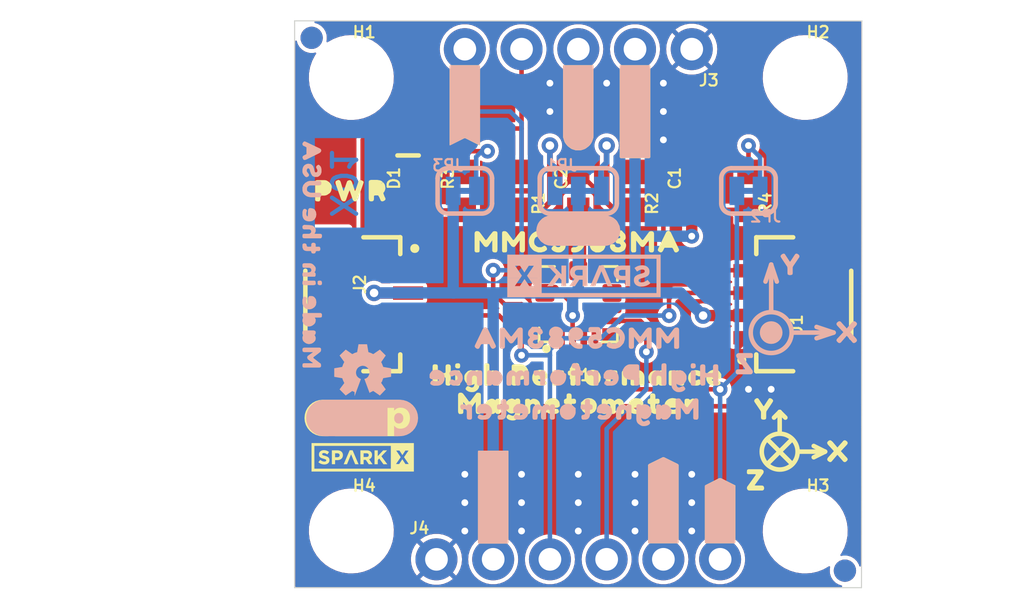
<source format=kicad_pcb>
(kicad_pcb (version 20221018) (generator pcbnew)
  (layers (0 "F.Cu" signal) (31 "B.Cu" signal) (34 "B.Paste" user) (35 "F.Paste" user) (36 "B.SilkS" user "B.Silkscreen") (37 "F.SilkS" user "F.Silkscreen") (38 "B.Mask" user) (39 "F.Mask" user) (44 "Edge.Cuts" user))
  (net 0 "")
  (net 1 "GND")
  (net 2 "3.3V")
  (net 3 "N$1")
  (net 4 "N$4")
  (net 5 "CAP")
  (net 6 "INT")
  (net 7 "N$2")
  (net 8 "N$3")
  (net 9 "SDA/COPI")
  (net 10 "SCL/SCK")
  (net 11 "CIPO")
  (net 12 "N$5")
  (net 13 "~{CS}")
  (footprint "working:STAND-OFF" (layer "F.Cu") (at 158.6611 115.1636)
    (fp_text reference "H3" (at 0 -2.032) (layer "F.SilkS") (effects (font (size 0.512064 0.512064) (thickness 0.097536)) (justify left)))
    (fp_text value "STAND-OFF")
    (pad "" np_thru_hole circle (at 0 0) (size 3.302 3.302) (drill 3.302) (layers "*.Cu" "*.Mask"))
  )
  (footprint "working:JST04_1MM_RA" (layer "F.Cu") (at 140.8811 105.0036 -90)
    (fp_text reference "J2" (at -1.397 2.159 90) (layer "F.SilkS") (effects (font (size 0.512064 0.512064) (thickness 0.097536)) (justify right)))
    (fp_text value "Qwiic")
    (pad "1" smd rect (at -1.5 0 270) (size 0.6 1.35) (layers "F.Cu" "F.Paste" "F.Mask") (net 1 "GND"))
    (pad "2" smd rect (at -0.5 0 270) (size 0.6 1.35) (layers "F.Cu" "F.Paste" "F.Mask") (net 2 "3.3V"))
    (pad "3" smd rect (at 0.5 0 270) (size 0.6 1.35) (layers "F.Cu" "F.Paste" "F.Mask") (net 9 "SDA/COPI"))
    (pad "4" smd rect (at 1.5 0 270) (size 0.6 1.35) (layers "F.Cu" "F.Paste" "F.Mask") (net 10 "SCL/SCK"))
    (pad "NC1" smd rect (at 2.8 3.675 270) (size 1.2 2) (layers "F.Cu" "F.Paste" "F.Mask"))
    (pad "NC2" smd rect (at -2.8 3.675 270) (size 1.2 2) (layers "F.Cu" "F.Paste" "F.Mask"))
  )
  (footprint "working:#SDA#5" (layer "F.Cu") (at 145.9611 93.9546 -90)
    (fp_text reference "U$5" hide)
    (fp_text value "" hide)
  )
  (footprint "working:DUMMY" (layer "F.Cu") (at 135.8011 117.7036)
    (fp_text reference "FRAME1" hide)
    (fp_text value "FRAME-LETTERNO_PACKAGE" hide)
  )
  (footprint "working:PWR9" (layer "F.Cu") (at 138.3411 99.9236)
    (fp_text reference "U$8" hide)
    (fp_text value "" hide)
  )
  (footprint "working:#GND#4" (layer "F.Cu") (at 153.5811 93.9546 -90)
    (fp_text reference "U$4" hide)
    (fp_text value "" hide)
  )
  (footprint "working:#3#3V#0" (layer "F.Cu") (at 151.0411 93.9546 -90)
    (fp_text reference "U$3" hide)
    (fp_text value "" hide)
  )
  (footprint "working:HIGH_PERFORMANCE11" (layer "F.Cu") (at 148.5011 108.1786)
    (fp_text reference "U$10" hide)
    (fp_text value "" hide)
  )
  (footprint "working:0603" (layer "F.Cu") (at 151.0411 99.9236 -90)
    (fp_text reference "R2" (at 0 -0.762 90) (layer "F.SilkS") (effects (font (size 0.512064 0.512064) (thickness 0.097536)) (justify right)))
    (fp_text value "2.2k")
    (pad "1" smd rect (at -0.85 0 270) (size 1.1 1) (layers "F.Cu" "F.Paste" "F.Mask") (net 10 "SCL/SCK"))
    (pad "2" smd rect (at 0.85 0 270) (size 1.1 1) (layers "F.Cu" "F.Paste" "F.Mask") (net 7 "N$2"))
  )
  (footprint "working:#SCL#6" (layer "F.Cu") (at 148.5011 93.9546 -90)
    (fp_text reference "U$2" hide)
    (fp_text value "" hide)
  )
  (footprint "working:0603" (layer "F.Cu") (at 148.5011 99.9236 90)
    (fp_text reference "C2" (at 0 -0.762 90) (layer "F.SilkS") (effects (font (size 0.512064 0.512064) (thickness 0.097536)) (justify left)))
    (fp_text value "10uF")
    (pad "1" smd rect (at -0.85 0 90) (size 1.1 1) (layers "F.Cu" "F.Paste" "F.Mask") (net 5 "CAP"))
    (pad "2" smd rect (at 0.85 0 90) (size 1.1 1) (layers "F.Cu" "F.Paste" "F.Mask") (net 1 "GND"))
  )
  (footprint "working:FIDUCIAL-1X2" (layer "F.Cu") (at 136.5631 93.0656)
    (fp_text reference "FD2" hide)
    (fp_text value "FIDUCIAL1X2" hide)
    (pad "1" smd roundrect (at 0 0) (size 1 1) (layers "F.Cu" "F.Mask") (roundrect_rratio 0.5))
  )
  (footprint "working:MMC5983MA0" (layer "F.Cu") (at 148.5011 102.2096)
    (fp_text reference "U$41" hide)
    (fp_text value "" hide)
  )
  (footprint "working:X15" (layer "F.Cu") (at 160.1851 111.6076)
    (fp_text reference "U$20" hide)
    (fp_text value "" hide)
  )
  (footprint "working:LGA-16-3X3MM-4X4PINS" (layer "F.Cu") (at 148.5011 105.0036 180)
    (fp_text reference "U1" (at -0.635 -3.175) (layer "F.SilkS") (effects (font (size 0.512064 0.512064) (thickness 0.097536)) (justify right)))
    (fp_text value "MMC5983MA_QFN16")
    (pad "1" smd roundrect (at 0.754 -1.498 270) (size 0.85 0.3) (layers "F.Cu" "F.Paste" "F.Mask") (roundrect_rratio 0.375) (net 10 "SCL/SCK"))
    (pad "2" smd roundrect (at 0.254 -1.498 270) (size 0.85 0.3) (layers "F.Cu" "F.Paste" "F.Mask") (roundrect_rratio 0.375) (net 2 "3.3V"))
    (pad "3" smd roundrect (at -0.246 -1.498 270) (size 0.85 0.3) (layers "F.Cu" "F.Paste" "F.Mask") (roundrect_rratio 0.375))
    (pad "4" smd roundrect (at -0.746 -1.498 270) (size 0.85 0.3) (layers "F.Cu" "F.Paste" "F.Mask") (roundrect_rratio 0.375) (net 13 "~{CS}"))
    (pad "5" smd roundrect (at -1.508 -0.746 180) (size 0.85 0.3) (layers "F.Cu" "F.Paste" "F.Mask") (roundrect_rratio 0.375) (net 11 "CIPO"))
    (pad "6" smd roundrect (at -1.508 -0.246 180) (size 0.85 0.3) (layers "F.Cu" "F.Paste" "F.Mask") (roundrect_rratio 0.375))
    (pad "7" smd roundrect (at -1.508 0.254 180) (size 0.85 0.3) (layers "F.Cu" "F.Paste" "F.Mask") (roundrect_rratio 0.375))
    (pad "8" smd roundrect (at -1.508 0.754 180) (size 0.85 0.3) (layers "F.Cu" "F.Paste" "F.Mask") (roundrect_rratio 0.375))
    (pad "9" smd roundrect (at -0.746 1.506 90) (size 0.85 0.3) (layers "F.Cu" "F.Paste" "F.Mask") (roundrect_rratio 0.375) (net 1 "GND"))
    (pad "10" smd roundrect (at -0.246 1.506 90) (size 0.85 0.3) (layers "F.Cu" "F.Paste" "F.Mask") (roundrect_rratio 0.375) (net 5 "CAP"))
    (pad "11" smd roundrect (at 0.254 1.506 90) (size 0.85 0.3) (layers "F.Cu" "F.Paste" "F.Mask") (roundrect_rratio 0.375) (net 1 "GND"))
    (pad "12" smd roundrect (at 0.754 1.506 90) (size 0.85 0.3) (layers "F.Cu" "F.Paste" "F.Mask") (roundrect_rratio 0.375))
    (pad "13" smd roundrect (at 1.496 0.764) (size 0.85 0.3) (layers "F.Cu" "F.Paste" "F.Mask") (roundrect_rratio 0.375) (net 2 "3.3V"))
    (pad "14" smd roundrect (at 1.496 0.264) (size 0.85 0.3) (layers "F.Cu" "F.Paste" "F.Mask") (roundrect_rratio 0.375))
    (pad "15" smd roundrect (at 1.496 -0.236) (size 0.85 0.3) (layers "F.Cu" "F.Paste" "F.Mask") (roundrect_rratio 0.375) (net 6 "INT"))
    (pad "16" smd roundrect (at 1.496 -0.736) (size 0.85 0.3) (layers "F.Cu" "F.Paste" "F.Mask") (roundrect_rratio 0.375) (net 9 "SDA/COPI"))
  )
  (footprint "working:#3#3V#0" (layer "F.Cu") (at 144.6911 111.2266 -90)
    (fp_text reference "U$18" hide)
    (fp_text value "" hide)
  )
  (footprint "working:1X06_NO_SILK" (layer "F.Cu") (at 142.1511 116.4336)
    (fp_text reference "J4" (at -1.27 -1.397) (layer "F.SilkS") (effects (font (size 0.512064 0.512064) (thickness 0.097536)) (justify left)))
    (fp_text value "")
    (pad "1" thru_hole circle (at 0 0 90) (size 1.8796 1.8796) (drill 1.016) (layers "*.Cu" "*.Mask") (net 1 "GND"))
    (pad "2" thru_hole circle (at 2.54 0 90) (size 1.8796 1.8796) (drill 1.016) (layers "*.Cu" "*.Mask") (net 2 "3.3V"))
    (pad "3" thru_hole circle (at 5.08 0 90) (size 1.8796 1.8796) (drill 1.016) (layers "*.Cu" "*.Mask") (net 9 "SDA/COPI"))
    (pad "4" thru_hole circle (at 7.62 0 90) (size 1.8796 1.8796) (drill 1.016) (layers "*.Cu" "*.Mask") (net 11 "CIPO"))
    (pad "5" thru_hole circle (at 10.16 0 90) (size 1.8796 1.8796) (drill 1.016) (layers "*.Cu" "*.Mask") (net 10 "SCL/SCK"))
    (pad "6" thru_hole circle (at 12.7 0 90) (size 1.8796 1.8796) (drill 1.016) (layers "*.Cu" "*.Mask") (net 13 "~{CS}"))
  )
  (footprint "working:LED-0603" (layer "F.Cu") (at 140.8811 99.9236 90)
    (fp_text reference "D1" (at 0 -0.635 90) (layer "F.SilkS") (effects (font (size 0.512064 0.512064) (thickness 0.097536)) (justify left)))
    (fp_text value "RED")
    (pad "A" smd roundrect (at -0.877 0) (size 1 1) (layers "F.Cu" "F.Paste" "F.Mask") (roundrect_rratio 0.15) (net 4 "N$4"))
    (pad "C" smd roundrect (at 0.877 0) (size 1 1) (layers "F.Cu" "F.Paste" "F.Mask") (roundrect_rratio 0.15) (net 1 "GND"))
  )
  (footprint "working:Y16" (layer "F.Cu") (at 156.8831 109.7026)
    (fp_text reference "U$19" hide)
    (fp_text value "" hide)
  )
  (footprint "working:STAND-OFF" (layer "F.Cu") (at 158.6611 94.8436)
    (fp_text reference "H2" (at 0 -2.032) (layer "F.SilkS") (effects (font (size 0.512064 0.512064) (thickness 0.097536)) (justify left)))
    (fp_text value "STAND-OFF")
    (pad "" np_thru_hole circle (at 0 0) (size 3.302 3.302) (drill 3.302) (layers "*.Cu" "*.Mask"))
  )
  (footprint "working:STAND-OFF" (layer "F.Cu") (at 138.3411 115.1636)
    (fp_text reference "H4" (at 0 -2.032) (layer "F.SilkS") (effects (font (size 0.512064 0.512064) (thickness 0.097536)) (justify left)))
    (fp_text value "STAND-OFF")
    (pad "" np_thru_hole circle (at 0 0) (size 3.302 3.302) (drill 3.302) (layers "*.Cu" "*.Mask"))
  )
  (footprint "working:MAGNETOMETER12" (layer "F.Cu") (at 148.5011 109.4486)
    (fp_text reference "U$11" hide)
    (fp_text value "" hide)
  )
  (footprint "working:##CS##10" (layer "F.Cu") (at 154.8511 116.0526 -90)
    (fp_text reference "U$15" hide)
    (fp_text value "" hide)
  )
  (footprint "working:#COPI#12" (layer "F.Cu") (at 147.2311 116.0526 -90)
    (fp_text reference "U$9" hide)
    (fp_text value "" hide)
  )
  (footprint "working:QWIIC_5MM" (layer "F.Cu") (at 138.7221 110.0836)
    (fp_text reference "LOGO3" hide)
    (fp_text value "QWIIC_LOGO_5MM" hide)
  )
  (footprint "working:#SCK#13" (layer "F.Cu") (at 152.3111 116.0526 -90)
    (fp_text reference "U$14" hide)
    (fp_text value "" hide)
  )
  (footprint "working:SPARKX-TINY" (layer "F.Cu") (at 138.8491 111.8616)
    (fp_text reference "U$36" hide)
    (fp_text value "SPARKX-LOGO2" hide)
  )
  (footprint "working:0603" (layer "F.Cu") (at 145.9611 99.9236 -90)
    (fp_text reference "R1" (at 0 -0.762 90) (layer "F.SilkS") (effects (font (size 0.512064 0.512064) (thickness 0.097536)) (justify right)))
    (fp_text value "2.2k")
    (pad "1" smd rect (at -0.85 0 270) (size 1.1 1) (layers "F.Cu" "F.Paste" "F.Mask") (net 9 "SDA/COPI"))
    (pad "2" smd rect (at 0.85 0 270) (size 1.1 1) (layers "F.Cu" "F.Paste" "F.Mask") (net 8 "N$3"))
  )
  (footprint "working:FIDUCIAL-1X2" (layer "F.Cu") (at 160.4391 116.9416)
    (fp_text reference "FD1" hide)
    (fp_text value "FIDUCIAL1X2" hide)
    (pad "1" smd roundrect (at 0 0) (size 1 1) (layers "F.Cu" "F.Mask") (roundrect_rratio 0.5))
  )
  (footprint "working:0603" (layer "F.Cu") (at 156.1211 99.9236 -90)
    (fp_text reference "R4" (at 0 -0.762 90) (layer "F.SilkS") (effects (font (size 0.512064 0.512064) (thickness 0.097536)) (justify right)))
    (fp_text value "10k")
    (pad "1" smd rect (at -0.85 0 270) (size 1.1 1) (layers "F.Cu" "F.Paste" "F.Mask") (net 12 "N$5"))
    (pad "2" smd rect (at 0.85 0 270) (size 1.1 1) (layers "F.Cu" "F.Paste" "F.Mask") (net 2 "3.3V"))
  )
  (footprint "working:0603" (layer "F.Cu") (at 143.4211 99.9236 90)
    (fp_text reference "R3" (at 0 -0.762 90) (layer "F.SilkS") (effects (font (size 0.512064 0.512064) (thickness 0.097536)) (justify left)))
    (fp_text value "1k")
    (pad "1" smd rect (at -0.85 0 90) (size 1.1 1) (layers "F.Cu" "F.Paste" "F.Mask") (net 4 "N$4"))
    (pad "2" smd rect (at 0.85 0 90) (size 1.1 1) (layers "F.Cu" "F.Paste" "F.Mask") (net 3 "N$1"))
  )
  (footprint "working:0603" (layer "F.Cu") (at 153.5811 99.9236 90)
    (fp_text reference "C1" (at 0 -0.762 90) (layer "F.SilkS") (effects (font (size 0.512064 0.512064) (thickness 0.097536)) (justify left)))
    (fp_text value "0.1uF")
    (pad "1" smd rect (at -0.85 0 90) (size 1.1 1) (layers "F.Cu" "F.Paste" "F.Mask") (net 2 "3.3V"))
    (pad "2" smd rect (at 0.85 0 90) (size 1.1 1) (layers "F.Cu" "F.Paste" "F.Mask") (net 1 "GND"))
  )
  (footprint "working:Z17" (layer "F.Cu") (at 156.5021 112.8776)
    (fp_text reference "U$39" hide)
    (fp_text value "" hide)
  )
  (footprint "working:#INT#7" (layer "F.Cu") (at 143.4211 93.9546 -90)
    (fp_text reference "U$7" hide)
    (fp_text value "" hide)
  )
  (footprint "working:STAND-OFF" (layer "F.Cu") (at 138.3411 94.8436)
    (fp_text reference "H1" (at 0 -2.032) (layer "F.SilkS") (effects (font (size 0.512064 0.512064) (thickness 0.097536)) (justify left)))
    (fp_text value "STAND-OFF")
    (pad "" np_thru_hole circle (at 0 0) (size 3.302 3.302) (drill 3.302) (layers "*.Cu" "*.Mask"))
  )
  (footprint "working:1X05_NO_SILK" (layer "F.Cu") (at 153.5811 93.5736 180)
    (fp_text reference "J3" (at -1.27 -1.397) (layer "F.SilkS") (effects (font (size 0.512064 0.512064) (thickness 0.097536)) (justify right)))
    (fp_text value "")
    (pad "1" thru_hole circle (at 0 0 270) (size 1.8796 1.8796) (drill 1.016) (layers "*.Cu" "*.Mask") (net 1 "GND"))
    (pad "2" thru_hole circle (at 2.54 0 270) (size 1.8796 1.8796) (drill 1.016) (layers "*.Cu" "*.Mask") (net 2 "3.3V"))
    (pad "3" thru_hole circle (at 5.08 0 270) (size 1.8796 1.8796) (drill 1.016) (layers "*.Cu" "*.Mask") (net 10 "SCL/SCK"))
    (pad "4" thru_hole circle (at 7.62 0 270) (size 1.8796 1.8796) (drill 1.016) (layers "*.Cu" "*.Mask") (net 9 "SDA/COPI"))
    (pad "5" thru_hole circle (at 10.16 0 270) (size 1.8796 1.8796) (drill 1.016) (layers "*.Cu" "*.Mask") (net 6 "INT"))
  )
  (footprint "working:#CIPO#11" (layer "F.Cu") (at 149.7711 116.0526 -90)
    (fp_text reference "U$6" hide)
    (fp_text value "" hide)
  )
  (footprint "working:JST04_1MM_RA" (layer "F.Cu") (at 156.1211 105.0036 90)
    (fp_text reference "J1" (at -1.397 2.159 90) (layer "F.SilkS") (effects (font (size 0.512064 0.512064) (thickness 0.097536)) (justify left)))
    (fp_text value "Qwiic")
    (pad "1" smd rect (at -1.5 0 90) (size 0.6 1.35) (layers "F.Cu" "F.Paste" "F.Mask") (net 1 "GND"))
    (pad "2" smd rect (at -0.5 0 90) (size 0.6 1.35) (layers "F.Cu" "F.Paste" "F.Mask") (net 2 "3.3V"))
    (pad "3" smd rect (at 0.5 0 90) (size 0.6 1.35) (layers "F.Cu" "F.Paste" "F.Mask") (net 9 "SDA/COPI"))
    (pad "4" smd rect (at 1.5 0 90) (size 0.6 1.35) (layers "F.Cu" "F.Paste" "F.Mask") (net 10 "SCL/SCK"))
    (pad "NC1" smd rect (at 2.8 3.675 90) (size 1.2 2) (layers "F.Cu" "F.Paste" "F.Mask"))
    (pad "NC2" smd rect (at -2.8 3.675 90) (size 1.2 2) (layers "F.Cu" "F.Paste" "F.Mask"))
  )
  (footprint "working:#GND#4" (layer "F.Cu") (at 142.1511 111.6076 -90)
    (fp_text reference "U$17" hide)
    (fp_text value "" hide)
  )
  (footprint "working:#SPI#9" (layer "B.Cu") (at 156.1211 101.7016 180)
    (fp_text reference "U$23" hide)
    (fp_text value "" hide)
  )
  (footprint "working:#COPI#12" (layer "B.Cu") (at 147.2311 116.0526 -90)
    (fp_text reference "U$30" hide)
    (fp_text value "" hide)
  )
  (footprint "working:#CIPO#11" (layer "B.Cu") (at 149.7711 116.0526 -90)
    (fp_text reference "U$31" hide)
    (fp_text value "" hide)
  )
  (footprint "working:OSHW-LOGO-MINI" (layer "B.Cu") (at 138.8491 108.0516 180)
    (fp_text reference "LOGO1" hide)
    (fp_text value "OSHW-LOGOMINI" hide)
  )
  (footprint "working:Z17" (layer "B.Cu") (at 155.8671 107.6706 180)
    (fp_text reference "U$27" hide)
    (fp_text value "" hide)
  )
  (footprint "working:#SCK#13" (layer "B.Cu") (at 152.3111 116.0526 -90)
    (fp_text reference "U$32" hide)
    (fp_text value "" hide)
  )
  (footprint "working:SMT-JUMPER_2_NC_TRACE_SILK" (layer "B.Cu") (at 143.4211 99.9236 180)
    (fp_text reference "JP3" (at 0 1.143) (layer "B.SilkS") (effects (font (size 0.512064 0.512064) (thickness 0.097536)) (justify left mirror)))
    (fp_text value "JUMPER-SMT_2_NC_TRACE_SILK")
    (fp_poly (pts (xy 0.1905 -0.13335) (xy -0.70485 -0.13335) (xy -0.70485 0.13335) (xy 0.1905 0.13335)) (fill solid) (layer "B.Cu"))
    (pad "1" smd rect (at -0.5207 0 180) (size 0.6604 1.27) (layers "B.Cu" "B.Mask") (net 3 "N$1"))
    (pad "2" smd rect (at 0.5207 0 180) (size 0.6604 1.27) (layers "B.Cu" "B.Mask") (net 2 "3.3V"))
  )
  (footprint "working:MADE_IN_THE_USA20" (layer "B.Cu") (at 136.5631 102.7176 90)
    (fp_text reference "U$34" hide)
    (fp_text value "" hide)
  )
  (footprint "working:SPARKX-SMALL" (layer "B.Cu") (at 148.7551 103.7336 180)
    (fp_text reference "U$37" hide)
    (fp_text value "SPARKX-LOGO3" hide)
  )
  (footprint "working:#SCL#6" (layer "B.Cu") (at 148.5011 93.9546 -90)
    (fp_text reference "U$35" hide)
    (fp_text value "" hide)
  )
  (footprint "working:QWIIC_5MM" (layer "B.Cu") (at 138.8491 110.0836 180)
    (fp_text reference "LOGO2" hide)
    (fp_text value "QWIIC_LOGO_5MM" hide)
  )
  (footprint "working:Y16" (layer "B.Cu") (at 157.8991 103.2256 180)
    (fp_text reference "U$26" hide)
    (fp_text value "" hide)
  )
  (footprint "working:SMT-JUMPER_2_NC_TRACE_SILK" (layer "B.Cu") (at 156.1211 99.9236)
    (fp_text reference "JP2" (at 0 1.143) (layer "B.SilkS") (effects (font (size 0.512064 0.512064) (thickness 0.097536)) (justify right mirror)))
    (fp_text value "JUMPER-SMT_2_NC_TRACE_SILK")
    (fp_poly (pts (xy 0.1905 -0.13335) (xy -0.70485 -0.13335) (xy -0.70485 0.13335) (xy 0.1905 0.13335)) (fill solid) (layer "B.Cu"))
    (pad "1" smd rect (at -0.5207 0) (size 0.6604 1.27) (layers "B.Cu" "B.Mask") (net 13 "~{CS}"))
    (pad "2" smd rect (at 0.5207 0) (size 0.6604 1.27) (layers "B.Cu" "B.Mask") (net 12 "N$5"))
  )
  (footprint "working:FIDUCIAL-1X2" (layer "B.Cu") (at 136.5631 93.0656 180)
    (fp_text reference "FD3" hide)
    (fp_text value "FIDUCIAL1X2" hide)
    (pad "1" smd roundrect (at 0 0 180) (size 1 1) (layers "B.Cu" "B.Mask") (roundrect_rratio 0.5))
  )
  (footprint "working:#INT#7" (layer "B.Cu") (at 143.4211 93.9546 -90)
    (fp_text reference "U$16" hide)
    (fp_text value "" hide)
  )
  (footprint "working:#GND#4" (layer "B.Cu") (at 153.5811 93.9546 -90)
    (fp_text reference "U$13" hide)
    (fp_text value "" hide)
  )
  (footprint "working:HIGH_PERFORMANCE11" (layer "B.Cu") (at 148.2471 108.1786 180)
    (fp_text reference "U$1" hide)
    (fp_text value "" hide)
  )
  (footprint "working:#LED#8" (layer "B.Cu") (at 143.4211 101.7016 180)
    (fp_text reference "U$21" hide)
    (fp_text value "" hide)
  )
  (footprint "working:#3#3V#0" (layer "B.Cu") (at 144.6911 111.2266 -90)
    (fp_text reference "U$29" hide)
    (fp_text value "" hide)
  )
  (footprint "working:#SDA#5" (layer "B.Cu") (at 145.9611 93.9546 -90)
    (fp_text reference "U$38" hide)
    (fp_text value "" hide)
  )
  (footprint "working:MAGNETOMETER12" (layer "B.Cu") (at 148.5011 109.7026 180)
    (fp_text reference "U$24" hide)
    (fp_text value "" hide)
  )
  (footprint "working:#I2C#9" (layer "B.Cu") (at 148.5011 101.7016 180)
    (fp_text reference "U$22" hide)
    (fp_text value "" hide)
  )
  (footprint "working:#3#3V#0" (layer "B.Cu") (at 151.0411 93.9546 -90)
    (fp_text reference "U$12" hide)
    (fp_text value "" hide)
  )
  (footprint "working:##CS##10" (layer "B.Cu") (at 154.8511 116.0526 -90)
    (fp_text reference "U$33" hide)
    (fp_text value "" hide)
  )
  (footprint "working:FIDUCIAL-1X2" (layer "B.Cu") (at 160.4391 116.9416 180)
    (fp_text reference "FD4" hide)
    (fp_text value "FIDUCIAL1X2" hide)
    (pad "1" smd roundrect (at 0 0 180) (size 1 1) (layers "B.Cu" "B.Mask") (roundrect_rratio 0.5))
  )
  (footprint "working:MMC5983MA0" (layer "B.Cu") (at 148.3741 106.5276 180)
    (fp_text reference "U$42" hide)
    (fp_text value "" hide)
  )
  (footprint "working:SMT-JUMPER_3_2-NC_TRACE_SILK" (layer "B.Cu") (at 148.5011 99.9236 180)
    (fp_text reference "JP1" (at 0 1.143) (layer "B.SilkS") (effects (font (size 0.512064 0.512064) (thickness 0.097536)) (justify left mirror)))
    (fp_text value "JUMPER-SMT_3_2-NC_TRACE_SILK")
    (fp_poly (pts (xy 0.7112 -0.13335) (xy -0.7112 -0.13335) (xy -0.7112 0.13335) (xy 0.7112 0.13335)) (fill solid) (layer "B.Cu"))
    (pad "1" smd rect (at -1.0414 0 180) (size 0.6604 1.27) (layers "B.Cu" "B.Mask") (net 7 "N$2"))
    (pad "2" smd rect (at 0 0 180) (size 0.6604 1.27) (layers "B.Cu" "B.Mask") (net 2 "3.3V"))
    (pad "3" smd rect (at 1.0414 0 180) (size 0.6604 1.27) (layers "B.Cu" "B.Mask") (net 8 "N$3"))
  )
  (footprint "working:#GND#4" (layer "B.Cu") (at 142.1511 111.6076 -90)
    (fp_text reference "U$28" hide)
    (fp_text value "" hide)
  )
  (footprint "working:X15" (layer "B.Cu") (at 160.4391 106.2736 180)
    (fp_text reference "U$25" hide)
    (fp_text value "" hide)
  )
  (gr_line (start 158.1531 106.2736) (end 159.9311 106.2736) (stroke (width 0.2032)) (layer "B.SilkS"))
  (gr_line (start 159.9311 106.2736) (end 159.1691 106.0196) (stroke (width 0.2032)) (layer "B.SilkS"))
  (gr_line (start 157.1371 105.2576) (end 157.1371 103.2256) (stroke (width 0.2032)) (layer "B.SilkS"))
  (gr_line (start 157.1371 103.2256) (end 156.8831 103.9876) (stroke (width 0.2032)) (layer "B.SilkS"))
  (gr_line (start 157.1371 103.2256) (end 157.3911 103.9876) (stroke (width 0.2032)) (layer "B.SilkS"))
  (gr_circle (center 157.1371 106.2736) (end 157.3911 106.2736) (stroke (width 0.508)) (fill none) (layer "B.SilkS"))
  (gr_line (start 159.9311 106.2736) (end 159.1691 106.5276) (stroke (width 0.2032)) (layer "B.SilkS"))
  (gr_circle (center 157.1371 106.2736) (end 158.052909 106.2736) (stroke (width 0.2032)) (fill none) (layer "B.SilkS"))
  (gr_line (start 158.4071 111.6076) (end 159.5501 111.6076) (stroke (width 0.2032)) (layer "F.SilkS"))
  (gr_line (start 159.0421 111.8616) (end 159.5501 111.6076) (stroke (width 0.2032)) (layer "F.SilkS"))
  (gr_line (start 157.0101 111.0996) (end 158.0261 112.1156) (stroke (width 0.2032)) (layer "F.SilkS"))
  (gr_line (start 157.5181 109.8296) (end 157.7721 110.0836) (stroke (width 0.2032)) (layer "F.SilkS"))
  (gr_line (start 157.5181 109.8296) (end 157.2641 110.0836) (stroke (width 0.2032)) (layer "F.SilkS"))
  (gr_line (start 157.5181 110.7186) (end 157.5181 109.8296) (stroke (width 0.2032)) (layer "F.SilkS"))
  (gr_line (start 159.5501 111.6076) (end 159.0421 111.3536) (stroke (width 0.2032)) (layer "F.SilkS"))
  (gr_circle (center 157.5181 111.6076) (end 158.321315 111.6076) (stroke (width 0.2032)) (fill none) (layer "F.SilkS"))
  (gr_line (start 157.0101 112.1156) (end 158.0261 111.0996) (stroke (width 0.2032)) (layer "F.SilkS"))
  (gr_line (start 161.2011 92.3036) (end 135.8011 92.3036) (stroke (width 0.05)) (layer "Edge.Cuts"))
  (gr_line (start 135.8011 92.3036) (end 135.8011 117.7036) (stroke (width 0.05)) (layer "Edge.Cuts"))
  (gr_line (start 161.1811 117.7036) (end 161.2011 92.3036) (stroke (width 0.05)) (layer "Edge.Cuts"))
  (gr_line (start 135.8011 117.7036) (end 161.1811 117.7036) (stroke (width 0.05)) (layer "Edge.Cuts"))
  (gr_text "X01" (at 138.5951 97.8916 -90) (layer "B.Cu") (effects (font (size 1.0795 1.0795) (thickness 0.1905)) (justify right top mirror)))
  (via (at 152.3111 97.6376) (size 0.6604) (drill 0.3048) (layers "F.Cu" "B.Cu") (net 1))
  (via (at 143.4211 112.6236) (size 0.6604) (drill 0.3048) (layers "F.Cu" "B.Cu") (net 1))
  (via (at 152.3111 96.3676) (size 0.6604) (drill 0.3048) (layers "F.Cu" "B.Cu") (net 1))
  (via (at 147.2311 96.3676) (size 0.6604) (drill 0.3048) (layers "F.Cu" "B.Cu") (net 1))
  (via (at 152.3111 95.0976) (size 0.6604) (drill 0.3048) (layers "F.Cu" "B.Cu") (net 1))
  (via (at 143.4211 115.1636) (size 0.6604) (drill 0.3048) (layers "F.Cu" "B.Cu") (net 1))
  (via (at 153.5811 112.6236) (size 0.6604) (drill 0.3048) (layers "F.Cu" "B.Cu") (net 1))
  (via (at 147.2311 95.0976) (size 0.6604) (drill 0.3048) (layers "F.Cu" "B.Cu") (net 1))
  (via (at 145.9611 113.8936) (size 0.6604) (drill 0.3048) (layers "F.Cu" "B.Cu") (net 1))
  (via (at 148.5011 115.1636) (size 0.6604) (drill 0.3048) (layers "F.Cu" "B.Cu") (net 1))
  (via (at 148.5011 113.8936) (size 0.6604) (drill 0.3048) (layers "F.Cu" "B.Cu") (net 1))
  (via (at 145.9611 115.1636) (size 0.6604) (drill 0.3048) (layers "F.Cu" "B.Cu") (net 1))
  (via (at 153.5811 115.1636) (size 0.6604) (drill 0.3048) (layers "F.Cu" "B.Cu") (net 1))
  (via (at 151.0411 112.6236) (size 0.6604) (drill 0.3048) (layers "F.Cu" "B.Cu") (net 1))
  (via (at 148.5011 112.6236) (size 0.6604) (drill 0.3048) (layers "F.Cu" "B.Cu") (net 1))
  (via (at 143.4211 113.8936) (size 0.6604) (drill 0.3048) (layers "F.Cu" "B.Cu") (net 1))
  (via (at 151.0411 113.8936) (size 0.6604) (drill 0.3048) (layers "F.Cu" "B.Cu") (net 1))
  (via (at 149.7711 95.0976) (size 0.6604) (drill 0.3048) (layers "F.Cu" "B.Cu") (net 1))
  (via (at 151.0411 115.1636) (size 0.6604) (drill 0.3048) (layers "F.Cu" "B.Cu") (net 1))
  (via (at 145.9611 112.6236) (size 0.6604) (drill 0.3048) (layers "F.Cu" "B.Cu") (net 1))
  (via (at 156.1211 108.8136) (size 0.6604) (drill 0.3048) (layers "F.Cu" "B.Cu") (net 1))
  (via (at 157.1371 108.8136) (size 0.6604) (drill 0.3048) (layers "F.Cu" "B.Cu") (net 1))
  (via (at 153.5811 113.8936) (size 0.6604) (drill 0.3048) (layers "F.Cu" "B.Cu") (net 1))
  (segment (start 153.5811 100.7736) (end 156.1211 100.7736) (width 0.2032) (layer "F.Cu") (net 2))
  (segment (start 153.5811 100.7736) (end 153.5811 101.9556) (width 0.508) (layer "F.Cu") (net 2))
  (segment (start 147.0051 104.2396) (end 147.4831 104.2396) (width 0.2032) (layer "F.Cu") (net 2))
  (segment (start 148.2471 105.0036) (end 148.2471 105.5116) (width 0.2032) (layer "F.Cu") (net 2))
  (segment (start 156.1131 105.5116) (end 156.1211 105.5036) (width 0.508) (layer "F.Cu") (net 2))
  (segment (start 140.8811 104.5036) (end 139.3651 104.5036) (width 0.508) (layer "F.Cu") (net 2))
  (segment (start 139.3651 104.5036) (end 139.3571 104.4956) (width 0.508) (layer "F.Cu") (net 2))
  (segment (start 154.0891 105.5116) (end 156.1131 105.5116) (width 0.508) (layer "F.Cu") (net 2))
  (segment (start 147.4831 104.2396) (end 148.2471 105.0036) (width 0.2032) (layer "F.Cu") (net 2))
  (segment (start 148.2471 106.5016) (end 148.2471 105.5116) (width 0.2032) (layer "F.Cu") (net 2))
  (via (at 139.3571 104.4956) (size 0.7366) (drill 0.381) (layers "F.Cu" "B.Cu") (net 2))
  (via (at 148.2471 105.5116) (size 0.6604) (drill 0.3048) (layers "F.Cu" "B.Cu") (net 2))
  (via (at 154.0891 105.5116) (size 0.7366) (drill 0.381) (layers "F.Cu" "B.Cu") (net 2))
  (via (at 153.5811 101.9556) (size 0.6604) (drill 0.3048) (layers "F.Cu" "B.Cu") (net 2))
  (segment (start 151.0411 93.5736) (end 151.0411 101.9556) (width 0.508) (layer "B.Cu") (net 2))
  (segment (start 148.2471 105.5116) (end 148.2471 104.4956) (width 0.508) (layer "B.Cu") (net 2))
  (segment (start 148.2471 104.4956) (end 148.5011 104.4956) (width 0.508) (layer "B.Cu") (net 2))
  (segment (start 148.5011 104.4956) (end 151.0411 104.4956) (width 0.508) (layer "B.Cu") (net 2))
  (segment (start 142.9004 99.9236) (end 142.9004 104.4829) (width 0.508) (layer "B.Cu") (net 2))
  (segment (start 153.5811 101.9556) (end 151.0411 101.9556) (width 0.508) (layer "B.Cu") (net 2))
  (segment (start 142.9004 104.4829) (end 142.9131 104.4956) (width 0.508) (layer "B.Cu") (net 2))
  (segment (start 151.0411 104.4956) (end 153.0731 104.4956) (width 0.508) (layer "B.Cu") (net 2))
  (segment (start 151.0411 101.9556) (end 151.0411 104.4956) (width 0.508) (layer "B.Cu") (net 2))
  (segment (start 144.6911 116.4336) (end 144.6911 104.4956) (width 0.508) (layer "B.Cu") (net 2))
  (segment (start 154.0891 105.5116) (end 153.0731 104.4956) (width 0.508) (layer "B.Cu") (net 2))
  (segment (start 148.5011 99.9236) (end 148.5011 104.4956) (width 0.508) (layer "B.Cu") (net 2))
  (segment (start 144.6911 104.4956) (end 142.9131 104.4956) (width 0.508) (layer "B.Cu") (net 2))
  (segment (start 148.2471 104.4956) (end 144.6911 104.4956) (width 0.508) (layer "B.Cu") (net 2))
  (segment (start 142.9131 104.4956) (end 139.3571 104.4956) (width 0.508) (layer "B.Cu") (net 2))
  (segment (start 143.6751 98.1456) (end 144.4371 98.1456) (width 0.2032) (layer "F.Cu") (net 3))
  (segment (start 143.4211 99.0736) (end 143.4211 98.3996) (width 0.2032) (layer "F.Cu") (net 3))
  (segment (start 143.4211 98.3996) (end 143.6751 98.1456) (width 0.2032) (layer "F.Cu") (net 3))
  (via (at 144.4371 98.1456) (size 0.6604) (drill 0.3048) (layers "F.Cu" "B.Cu") (net 3))
  (segment (start 143.9291 99.9109) (end 143.9418 99.9236) (width 0.2032) (layer "B.Cu") (net 3))
  (segment (start 144.1831 98.1456) (end 143.9291 98.3996) (width 0.2032) (layer "B.Cu") (net 3))
  (segment (start 143.9291 98.3996) (end 143.9291 99.9109) (width 0.2032) (layer "B.Cu") (net 3))
  (segment (start 144.4371 98.1456) (end 144.1831 98.1456) (width 0.2032) (layer "B.Cu") (net 3))
  (segment (start 140.8811 100.8006) (end 143.3941 100.8006) (width 0.2032) (layer "F.Cu") (net 4))
  (segment (start 143.3941 100.8006) (end 143.4211 100.7736) (width 0.2032) (layer "F.Cu") (net 4))
  (segment (start 148.7551 103.4896) (end 148.7471 103.4976) (width 0.2032) (layer "F.Cu") (net 5))
  (segment (start 148.5011 100.7736) (end 148.5011 101.9556) (width 0.2032) (layer "F.Cu") (net 5))
  (segment (start 148.5011 101.9556) (end 148.7551 102.2096) (width 0.2032) (layer "F.Cu") (net 5))
  (segment (start 148.7551 102.2096) (end 148.7551 103.4896) (width 0.2032) (layer "F.Cu") (net 5))
  (segment (start 147.0051 105.2396) (end 146.1971 105.2396) (width 0.2032) (layer "F.Cu") (net 6))
  (segment (start 146.1971 105.2396) (end 145.9611 105.0036) (width 0.2032) (layer "F.Cu") (net 6))
  (segment (start 145.1991 105.0036) (end 144.6911 104.4956) (width 0.2032) (layer "F.Cu") (net 6))
  (segment (start 144.6911 104.4956) (end 144.6911 103.4796) (width 0.2032) (layer "F.Cu") (net 6))
  (segment (start 145.9611 105.0036) (end 145.1991 105.0036) (width 0.2032) (layer "F.Cu") (net 6))
  (via (at 144.6911 103.4796) (size 0.6604) (drill 0.3048) (layers "F.Cu" "B.Cu") (net 6))
  (segment (start 143.4211 95.8596) (end 143.9291 96.3676) (width 0.2032) (layer "B.Cu") (net 6))
  (segment (start 143.9291 96.3676) (end 145.4531 96.3676) (width 0.2032) (layer "B.Cu") (net 6))
  (segment (start 145.9611 96.8756) (end 145.4531 96.3676) (width 0.2032) (layer "B.Cu") (net 6))
  (segment (start 145.9611 102.9716) (end 145.9611 96.8756) (width 0.2032) (layer "B.Cu") (net 6))
  (segment (start 145.4531 103.4796) (end 145.9611 102.9716) (width 0.2032) (layer "B.Cu") (net 6))
  (segment (start 143.4211 93.5736) (end 143.4211 95.8596) (width 0.2032) (layer "B.Cu") (net 6))
  (segment (start 144.6911 103.4796) (end 145.4531 103.4796) (width 0.2032) (layer "B.Cu") (net 6))
  (segment (start 149.7711 100.4316) (end 149.7711 97.8916) (width 0.254) (layer "F.Cu") (net 7))
  (segment (start 151.0411 100.7736) (end 150.1131 100.7736) (width 0.254) (layer "F.Cu") (net 7))
  (segment (start 150.1131 100.7736) (end 149.7711 100.4316) (width 0.254) (layer "F.Cu") (net 7))
  (via (at 149.7711 97.8916) (size 0.7366) (drill 0.381) (layers "F.Cu" "B.Cu") (net 7))
  (segment (start 149.7711 97.8916) (end 149.7711 98.6536) (width 0.254) (layer "B.Cu") (net 7))
  (segment (start 149.5171 99.8982) (end 149.5425 99.9236) (width 0.254) (layer "B.Cu") (net 7))
  (segment (start 149.5171 98.9076) (end 149.5171 99.8982) (width 0.254) (layer "B.Cu") (net 7))
  (segment (start 149.7711 98.6536) (end 149.5171 98.9076) (width 0.254) (layer "B.Cu") (net 7))
  (segment (start 146.8891 100.7736) (end 147.2311 100.4316) (width 0.254) (layer "F.Cu") (net 8))
  (segment (start 147.2311 100.4316) (end 147.2311 97.8916) (width 0.254) (layer "F.Cu") (net 8))
  (segment (start 145.9611 100.7736) (end 146.8891 100.7736) (width 0.254) (layer "F.Cu") (net 8))
  (via (at 147.2311 97.8916) (size 0.7366) (drill 0.381) (layers "F.Cu" "B.Cu") (net 8))
  (segment (start 147.4597 98.8822) (end 147.4597 99.9236) (width 0.254) (layer "B.Cu") (net 8))
  (segment (start 147.2311 97.8916) (end 147.2311 98.6536) (width 0.254) (layer "B.Cu") (net 8))
  (segment (start 147.2311 98.6536) (end 147.4597 98.8822) (width 0.254) (layer "B.Cu") (net 8))
  (segment (start 138.8491 103.4796) (end 138.8491 97.6376) (width 0.2032) (layer "F.Cu") (net 9))
  (segment (start 152.5651 104.7496) (end 152.8191 104.4956) (width 0.2032) (layer "F.Cu") (net 9))
  (segment (start 138.8411 105.5036) (end 138.5951 105.2576) (width 0.2032) (layer "F.Cu") (net 9))
  (segment (start 145.2071 105.7656) (end 145.9611 105.7656) (width 0.2032) (layer "F.Cu") (net 9))
  (segment (start 139.3571 97.1296) (end 145.9611 97.1296) (width 0.2032) (layer "F.Cu") (net 9))
  (segment (start 146.9791 105.7656) (end 147.0051 105.7396) (width 0.2032) (layer "F.Cu") (net 9))
  (segment (start 138.8491 97.6376) (end 139.3571 97.1296) (width 0.2032) (layer "F.Cu") (net 9))
  (segment (start 156.1131 104.4956) (end 156.1211 104.5036) (width 0.2032) (layer "F.Cu") (net 9))
  (segment (start 152.5651 105.5116) (end 152.5651 104.7496) (width 0.2032) (layer "F.Cu") (net 9))
  (segment (start 146.9791 105.7656) (end 145.9611 105.7656) (width 0.2032) (layer "F.Cu") (net 9))
  (segment (start 140.8811 105.5036) (end 138.8411 105.5036) (width 0.2032) (layer "F.Cu") (net 9))
  (segment (start 145.9611 99.0736) (end 145.9611 97.1296) (width 0.2032) (layer "F.Cu") (net 9))
  (segment (start 144.9451 105.5036) (end 145.2071 105.7656) (width 0.2032) (layer "F.Cu") (net 9))
  (segment (start 145.9611 105.7656) (end 145.9611 107.2896) (width 0.2032) (layer "F.Cu") (net 9))
  (segment (start 152.8191 104.4956) (end 156.1131 104.4956) (width 0.2032) (layer "F.Cu") (net 9))
  (segment (start 140.8811 105.5036) (end 144.9451 105.5036) (width 0.2032) (layer "F.Cu") (net 9))
  (segment (start 138.5951 103.7336) (end 138.8491 103.4796) (width 0.2032) (layer "F.Cu") (net 9))
  (segment (start 145.9611 97.1296) (end 145.9611 93.5736) (width 0.2032) (layer "F.Cu") (net 9))
  (segment (start 138.5951 105.2576) (end 138.5951 103.7336) (width 0.2032) (layer "F.Cu") (net 9))
  (via (at 145.9611 107.2896) (size 0.6604) (drill 0.3048) (layers "F.Cu" "B.Cu") (net 9))
  (via (at 152.5651 105.5116) (size 0.6604) (drill 0.3048) (layers "F.Cu" "B.Cu") (net 9))
  (segment (start 150.5331 105.5116) (end 152.5651 105.5116) (width 0.2032) (layer "B.Cu") (net 9))
  (segment (start 147.2311 107.0356) (end 147.7391 106.5276) (width 0.2032) (layer "B.Cu") (net 9))
  (segment (start 149.5171 106.5276) (end 150.5331 105.5116) (width 0.2032) (layer "B.Cu") (net 9))
  (segment (start 147.2311 107.2896) (end 145.9611 107.2896) (width 0.2032) (layer "B.Cu") (net 9))
  (segment (start 147.2311 107.2896) (end 147.2311 107.0356) (width 0.2032) (layer "B.Cu") (net 9))
  (segment (start 147.7391 106.5276) (end 149.5171 106.5276) (width 0.2032) (layer "B.Cu") (net 9))
  (segment (start 147.2311 116.4336) (end 147.2311 107.2896) (width 0.2032) (layer "B.Cu") (net 9))
  (segment (start 152.3111 116.4336) (end 152.3111 109.5756) (width 0.2032) (layer "F.Cu") (net 10))
  (segment (start 151.9691 99.0736) (end 152.3111 99.4156) (width 0.2032) (layer "F.Cu") (net 10))
  (segment (start 156.1451 103.4796) (end 156.1211 103.5036) (width 0.2032) (layer "F.Cu") (net 10))
  (segment (start 148.5011 93.5736) (end 148.5011 96.3676) (width 0.2032) (layer "F.Cu") (net 10))
  (segment (start 152.3111 109.5756) (end 157.6451 109.5756) (width 0.2032) (layer "F.Cu") (net 10))
  (segment (start 157.8991 103.7336) (end 157.6451 103.4796) (width 0.2032) (layer "F.Cu") (net 10))
  (segment (start 152.3111 109.5756) (end 147.7471 109.5756) (width 0.2032) (layer "F.Cu") (net 10))
  (segment (start 143.4211 109.5756) (end 142.9131 109.0676) (width 0.2032) (layer "F.Cu") (net 10))
  (segment (start 149.0091 96.8756) (end 150.5331 96.8756) (width 0.2032) (layer "F.Cu") (net 10))
  (segment (start 142.9131 106.7816) (end 142.6351 106.5036) (width 0.2032) (layer "F.Cu") (net 10))
  (segment (start 157.6451 103.4796) (end 156.1451 103.4796) (width 0.2032) (layer "F.Cu") (net 10))
  (segment (start 142.6351 106.5036) (end 140.8811 106.5036) (width 0.2032) (layer "F.Cu") (net 10))
  (segment (start 151.0411 97.3836) (end 150.5331 96.8756) (width 0.2032) (layer "F.Cu") (net 10))
  (segment (start 152.3111 99.4156) (end 152.3111 102.9716) (width 0.2032) (layer "F.Cu") (net 10))
  (segment (start 157.8991 109.3216) (end 157.8991 103.7336) (width 0.2032) (layer "F.Cu") (net 10))
  (segment (start 151.0411 99.0736) (end 151.0411 97.3836) (width 0.2032) (layer "F.Cu") (net 10))
  (segment (start 147.7471 109.5756) (end 143.4211 109.5756) (width 0.2032) (layer "F.Cu") (net 10))
  (segment (start 147.7471 106.5016) (end 147.7471 109.5756) (width 0.2032) (layer "F.Cu") (net 10))
  (segment (start 157.6451 109.5756) (end 157.8991 109.3216) (width 0.2032) (layer "F.Cu") (net 10))
  (segment (start 148.5011 96.3676) (end 149.0091 96.8756) (width 0.2032) (layer "F.Cu") (net 10))
  (segment (start 152.3111 102.9716) (end 152.8191 103.4796) (width 0.2032) (layer "F.Cu") (net 10))
  (segment (start 142.9131 109.0676) (end 142.9131 106.7816) (width 0.2032) (layer "F.Cu") (net 10))
  (segment (start 151.0411 99.0736) (end 151.9691 99.0736) (width 0.2032) (layer "F.Cu") (net 10))
  (segment (start 152.8191 103.4796) (end 156.1451 103.4796) (width 0.2032) (layer "F.Cu") (net 10))
  (segment (start 151.5491 106.0196) (end 151.5491 107.1372) (width 0.2032) (layer "F.Cu") (net 11))
  (segment (start 151.2791 105.7496) (end 151.5491 106.0196) (width 0.2032) (layer "F.Cu") (net 11))
  (segment (start 150.0091 105.7496) (end 151.2791 105.7496) (width 0.2032) (layer "F.Cu") (net 11))
  (via (at 151.5491 107.1372) (size 0.6604) (drill 0.3048) (layers "F.Cu" "B.Cu") (net 11))
  (segment (start 151.5491 108.8136) (end 149.7711 110.5916) (width 0.2032) (layer "B.Cu") (net 11))
  (segment (start 151.5491 107.1372) (end 151.5491 108.8136) (width 0.2032) (layer "B.Cu") (net 11))
  (segment (start 149.7711 110.5916) (end 149.7711 116.4336) (width 0.2032) (layer "B.Cu") (net 11))
  (segment (start 156.1211 97.8916) (end 156.1211 99.0736) (width 0.2032) (layer "F.Cu") (net 12))
  (via (at 156.1211 97.8916) (size 0.6604) (drill 0.3048) (layers "F.Cu" "B.Cu") (net 12))
  (segment (start 156.6418 99.9236) (end 156.6418 98.4123) (width 0.2032) (layer "B.Cu") (net 12))
  (segment (start 156.6418 98.4123) (end 156.1211 97.8916) (width 0.2032) (layer "B.Cu") (net 12))
  (segment (start 149.2471 106.5016) (end 149.2471 108.5436) (width 0.2032) (layer "F.Cu") (net 13))
  (segment (start 149.2471 108.5436) (end 149.5171 108.8136) (width 0.2032) (layer "F.Cu") (net 13))
  (segment (start 154.8511 108.8136) (end 149.5171 108.8136) (width 0.2032) (layer "F.Cu") (net 13))
  (via (at 154.8511 108.8136) (size 0.6604) (drill 0.3048) (layers "F.Cu" "B.Cu") (net 13))
  (segment (start 155.6004 108.0643) (end 154.8511 108.8136) (width 0.2032) (layer "B.Cu") (net 13))
  (segment (start 155.6004 99.9236) (end 155.6004 108.0643) (width 0.2032) (layer "B.Cu") (net 13))
  (segment (start 154.8511 116.4336) (end 154.8511 108.8136) (width 0.2032) (layer "B.Cu") (net 13))
  (zone (net 1) (net_name "GND") (layer "F.Cu") (priority 6) (connect_pads (clearance 0.1524)) (min_thickness 0.0762) (fill yes (thermal_gap 0.2024) (thermal_bridge_width 0.2024))
    (polygon (pts (xy 161.2773 117.7798) (xy 135.7249 117.7798) (xy 135.7249 92.2274) (xy 161.2773 92.2274)))
  )
  (zone (net 1) (net_name "GND") (layer "B.Cu") (priority 6) (connect_pads (clearance 0.1524)) (min_thickness 0.0762) (fill yes (thermal_gap 0.2024) (thermal_bridge_width 0.2024))
    (polygon (pts (xy 161.2773 117.7798) (xy 135.7249 117.7798) (xy 135.7249 92.2274) (xy 161.2773 92.2274)))
  )
)
</source>
